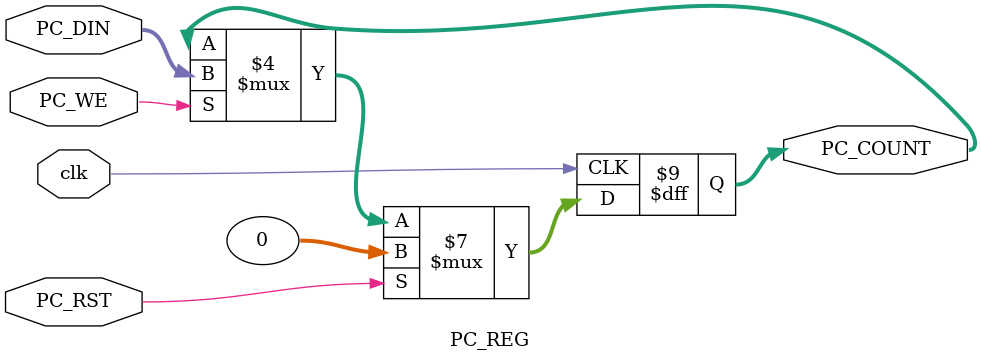
<source format=sv>
`timescale 1ns / 1ps

module PC_REG(
    input [31:0] PC_DIN, 
    input PC_RST,
    input PC_WE, 
    input clk,
    output logic [31:0] PC_COUNT);
    
    always_ff @(posedge clk) begin
        if (PC_RST == 1'b1) 
            PC_COUNT <= 0;
        
        else if (PC_WE == 1'b1) 
            PC_COUNT <= PC_DIN;
                
    end
    

endmodule 

</source>
